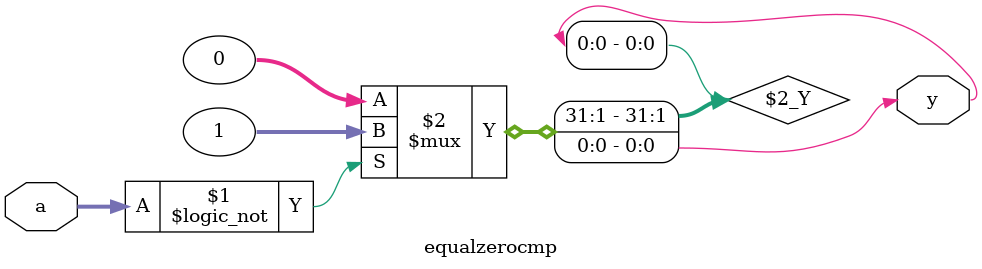
<source format=v>
`timescale 1ns / 1ps
module equalzerocmp # (parameter N = 32)
                  (input [N-1:0] a,
                   output y);
    assign #1 y = (a == 0)? 1:0;
endmodule // equalzerocmp

</source>
